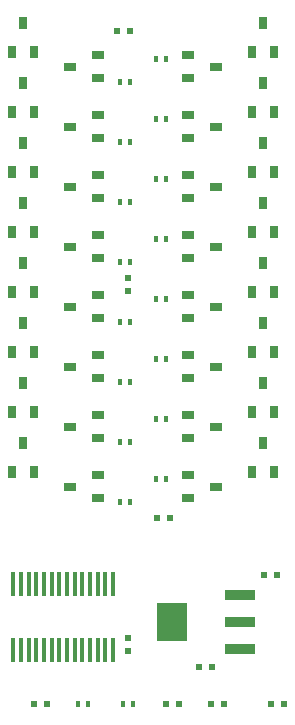
<source format=gbr>
G04 #@! TF.FileFunction,Paste,Top*
%FSLAX46Y46*%
G04 Gerber Fmt 4.6, Leading zero omitted, Abs format (unit mm)*
G04 Created by KiCad (PCBNEW 4.0.7) date Monday, October 08, 2018 'PMt' 05:16:59 PM*
%MOMM*%
%LPD*%
G01*
G04 APERTURE LIST*
%ADD10C,0.100000*%
%ADD11R,0.400000X0.600000*%
%ADD12R,0.300000X2.000000*%
%ADD13R,0.800000X1.000000*%
%ADD14R,0.600000X0.500000*%
%ADD15R,0.500000X0.600000*%
%ADD16R,2.500000X3.300000*%
%ADD17R,2.500000X0.950000*%
%ADD18R,1.000000X0.800000*%
G04 APERTURE END LIST*
D10*
D11*
X171254000Y-90805000D03*
X172154000Y-90805000D03*
D12*
X167640000Y-120015000D03*
X166990000Y-120015000D03*
X166340000Y-120015000D03*
X165690000Y-120015000D03*
X165040000Y-120015000D03*
X164390000Y-120015000D03*
X163740000Y-120015000D03*
X163090000Y-120015000D03*
X162440000Y-120015000D03*
X161790000Y-120015000D03*
X161140000Y-120015000D03*
X160490000Y-120015000D03*
X159840000Y-120015000D03*
X159190000Y-120015000D03*
X159190000Y-125615000D03*
X159840000Y-125615000D03*
X160490000Y-125615000D03*
X161140000Y-125615000D03*
X161790000Y-125615000D03*
X162440000Y-125615000D03*
X163090000Y-125615000D03*
X163740000Y-125615000D03*
X164390000Y-125615000D03*
X165040000Y-125615000D03*
X165690000Y-125615000D03*
X166340000Y-125615000D03*
X166990000Y-125615000D03*
X167640000Y-125615000D03*
D13*
X159070000Y-80010000D03*
X160020000Y-77610000D03*
X160970000Y-80010000D03*
D11*
X169106000Y-82550000D03*
X168206000Y-82550000D03*
D14*
X169079000Y-73152000D03*
X167979000Y-73152000D03*
D15*
X168910000Y-125645000D03*
X168910000Y-124545000D03*
D14*
X180425000Y-119253000D03*
X181525000Y-119253000D03*
X174964000Y-127000000D03*
X176064000Y-127000000D03*
D11*
X169106000Y-77470000D03*
X168206000Y-77470000D03*
X171254000Y-75565000D03*
X172154000Y-75565000D03*
X171254000Y-80645000D03*
X172154000Y-80645000D03*
X169106000Y-87630000D03*
X168206000Y-87630000D03*
X171254000Y-85725000D03*
X172154000Y-85725000D03*
X169106000Y-92710000D03*
X168206000Y-92710000D03*
X169106000Y-97790000D03*
X168206000Y-97790000D03*
X171254000Y-95885000D03*
X172154000Y-95885000D03*
X169106000Y-102870000D03*
X168206000Y-102870000D03*
X171254000Y-100965000D03*
X172154000Y-100965000D03*
X169106000Y-107950000D03*
X168206000Y-107950000D03*
X171254000Y-106045000D03*
X172154000Y-106045000D03*
X169106000Y-113030000D03*
X168206000Y-113030000D03*
X171254000Y-111125000D03*
X172154000Y-111125000D03*
X168460000Y-130175000D03*
X169360000Y-130175000D03*
D16*
X172635000Y-123190000D03*
D17*
X178435000Y-123190000D03*
X178435000Y-120890000D03*
X178435000Y-125490000D03*
D13*
X159070000Y-74930000D03*
X160020000Y-72530000D03*
X160970000Y-74930000D03*
X179390000Y-74930000D03*
X180340000Y-72530000D03*
X181290000Y-74930000D03*
X159070000Y-85090000D03*
X160020000Y-82690000D03*
X160970000Y-85090000D03*
X179390000Y-85090000D03*
X180340000Y-82690000D03*
X181290000Y-85090000D03*
X159070000Y-90170000D03*
X160020000Y-87770000D03*
X160970000Y-90170000D03*
X179390000Y-90170000D03*
X180340000Y-87770000D03*
X181290000Y-90170000D03*
X159070000Y-95250000D03*
X160020000Y-92850000D03*
X160970000Y-95250000D03*
X179390000Y-95250000D03*
X180340000Y-92850000D03*
X181290000Y-95250000D03*
X159070000Y-100330000D03*
X160020000Y-97930000D03*
X160970000Y-100330000D03*
X179390000Y-100330000D03*
X180340000Y-97930000D03*
X181290000Y-100330000D03*
X159070000Y-105410000D03*
X160020000Y-103010000D03*
X160970000Y-105410000D03*
X159070000Y-110490000D03*
X160020000Y-108090000D03*
X160970000Y-110490000D03*
X179390000Y-110490000D03*
X180340000Y-108090000D03*
X181290000Y-110490000D03*
D18*
X166370000Y-77150000D03*
X163970000Y-76200000D03*
X166370000Y-75250000D03*
X173990000Y-75250000D03*
X176390000Y-76200000D03*
X173990000Y-77150000D03*
X166370000Y-82230000D03*
X163970000Y-81280000D03*
X166370000Y-80330000D03*
X173990000Y-80330000D03*
X176390000Y-81280000D03*
X173990000Y-82230000D03*
X166370000Y-87310000D03*
X163970000Y-86360000D03*
X166370000Y-85410000D03*
X173990000Y-85410000D03*
X176390000Y-86360000D03*
X173990000Y-87310000D03*
X166370000Y-92390000D03*
X163970000Y-91440000D03*
X166370000Y-90490000D03*
X173990000Y-90490000D03*
X176390000Y-91440000D03*
X173990000Y-92390000D03*
X166370000Y-97470000D03*
X163970000Y-96520000D03*
X166370000Y-95570000D03*
X173990000Y-95570000D03*
X176390000Y-96520000D03*
X173990000Y-97470000D03*
X166370000Y-102550000D03*
X163970000Y-101600000D03*
X166370000Y-100650000D03*
X173990000Y-100650000D03*
X176390000Y-101600000D03*
X173990000Y-102550000D03*
X166370000Y-107630000D03*
X163970000Y-106680000D03*
X166370000Y-105730000D03*
X173990000Y-105730000D03*
X176390000Y-106680000D03*
X173990000Y-107630000D03*
X166370000Y-112710000D03*
X163970000Y-111760000D03*
X166370000Y-110810000D03*
X173990000Y-110810000D03*
X176390000Y-111760000D03*
X173990000Y-112710000D03*
D14*
X162094000Y-130175000D03*
X160994000Y-130175000D03*
D13*
X179390000Y-80010000D03*
X180340000Y-77610000D03*
X181290000Y-80010000D03*
D14*
X172170000Y-130175000D03*
X173270000Y-130175000D03*
X182160000Y-130175000D03*
X181060000Y-130175000D03*
X175980000Y-130175000D03*
X177080000Y-130175000D03*
X171408000Y-114427000D03*
X172508000Y-114427000D03*
D13*
X179390000Y-105410000D03*
X180340000Y-103010000D03*
X181290000Y-105410000D03*
D11*
X165550000Y-130175000D03*
X164650000Y-130175000D03*
D15*
X168910000Y-95165000D03*
X168910000Y-94065000D03*
M02*

</source>
